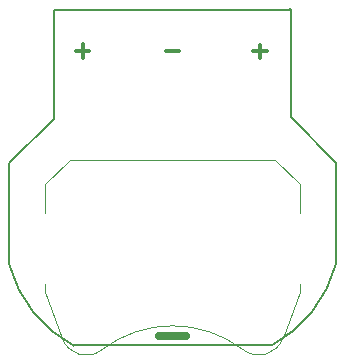
<source format=gto>
G04 #@! TF.FileFunction,Legend,Top*
%FSLAX46Y46*%
G04 Gerber Fmt 4.6, Leading zero omitted, Abs format (unit mm)*
G04 Created by KiCad (PCBNEW 4.0.7) date 10/21/21 16:27:33*
%MOMM*%
%LPD*%
G01*
G04 APERTURE LIST*
%ADD10C,0.100000*%
%ADD11C,0.150000*%
%ADD12C,0.300000*%
%ADD13C,0.700000*%
G04 APERTURE END LIST*
D10*
D11*
X145105000Y-84673000D02*
X145125000Y-84673000D01*
X145105000Y-93899000D02*
X145105000Y-84673000D01*
X165181000Y-84658000D02*
X165014000Y-84658000D01*
X165181000Y-93795000D02*
X165181000Y-84658000D01*
X165186000Y-91945000D02*
X165186000Y-84676000D01*
X141305000Y-106238000D02*
X141305000Y-97719000D01*
X168961000Y-106213000D02*
X168961000Y-97597000D01*
X163540000Y-113096000D02*
X146761000Y-113096000D01*
X141314928Y-106247107D02*
G75*
G03X146771000Y-113125000I10637072J2835107D01*
G01*
X163531957Y-113100843D02*
G75*
G03X168974000Y-106223000I-5187957J9696843D01*
G01*
D12*
X146966572Y-88193143D02*
X148109429Y-88193143D01*
X147538000Y-88764571D02*
X147538000Y-87621714D01*
X154556572Y-88209143D02*
X155699429Y-88209143D01*
X161970572Y-88201143D02*
X163113429Y-88201143D01*
X162542000Y-88772571D02*
X162542000Y-87629714D01*
D11*
X168935000Y-97566000D02*
X165164000Y-93795000D01*
X145085000Y-93919000D02*
X141326000Y-97678000D01*
X145096000Y-84665000D02*
X165106000Y-84665000D01*
D13*
X154000143Y-112304286D02*
X156285857Y-112304286D01*
D10*
X149138399Y-113480536D02*
G75*
G02X161143000Y-113477000I6004601J-7806464D01*
G01*
X149139646Y-113493530D02*
G75*
G02X145803000Y-112507000I-1306646J1716530D01*
G01*
X144363000Y-108557000D02*
X145803000Y-112507000D01*
X146443000Y-97387000D02*
X144363000Y-99467000D01*
X163843000Y-97387000D02*
X146443000Y-97387000D01*
X163843000Y-97387000D02*
X165923000Y-99467000D01*
X165923000Y-108557000D02*
X164483000Y-112507000D01*
X164468244Y-112515169D02*
G75*
G02X161143000Y-113477000I-2015244J738169D01*
G01*
X144363000Y-99467000D02*
X144363000Y-101927000D01*
X144363000Y-107927000D02*
X144363000Y-108557000D01*
X165923000Y-99467000D02*
X165923000Y-101927000D01*
X165923000Y-107927000D02*
X165923000Y-108557000D01*
M02*

</source>
